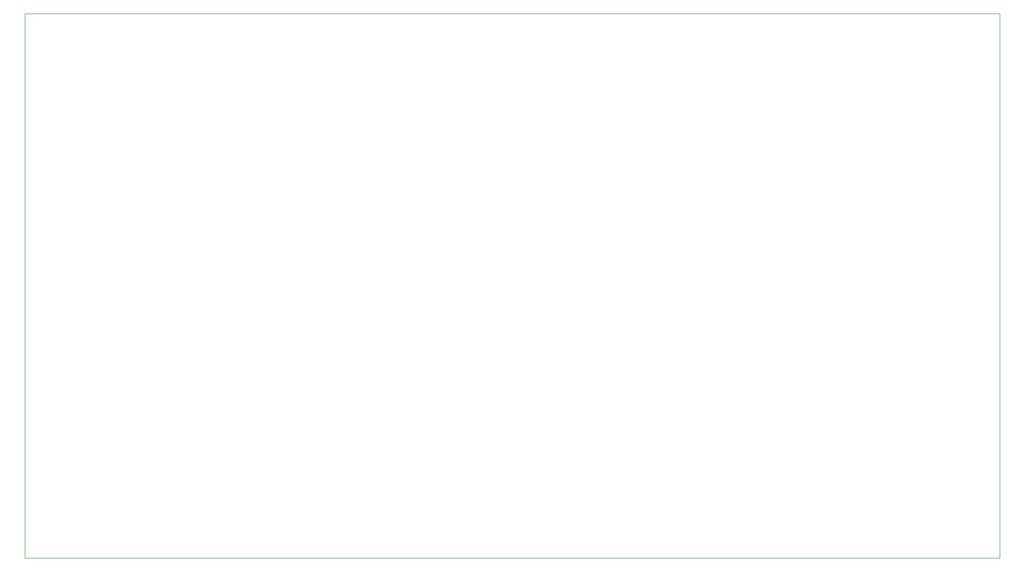
<source format=gbr>
G04 #@! TF.GenerationSoftware,KiCad,Pcbnew,(6.0.5)*
G04 #@! TF.CreationDate,2022-07-13T23:04:47-05:00*
G04 #@! TF.ProjectId,QuantizerBack,5175616e-7469-47a6-9572-4261636b2e6b,rev?*
G04 #@! TF.SameCoordinates,Original*
G04 #@! TF.FileFunction,Profile,NP*
%FSLAX46Y46*%
G04 Gerber Fmt 4.6, Leading zero omitted, Abs format (unit mm)*
G04 Created by KiCad (PCBNEW (6.0.5)) date 2022-07-13 23:04:47*
%MOMM*%
%LPD*%
G01*
G04 APERTURE LIST*
G04 #@! TA.AperFunction,Profile*
%ADD10C,0.100000*%
G04 #@! TD*
G04 APERTURE END LIST*
D10*
X65000000Y-52500000D02*
X235000000Y-52500000D01*
X235000000Y-52500000D02*
X235000000Y-147500000D01*
X235000000Y-147500000D02*
X65000000Y-147500000D01*
X65000000Y-147500000D02*
X65000000Y-52500000D01*
M02*

</source>
